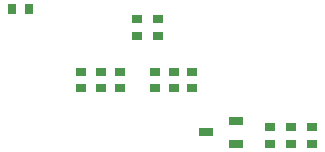
<source format=gbp>
G04 Layer_Color=128*
%FSLAX25Y25*%
%MOIN*%
G70*
G01*
G75*
%ADD16R,0.04921X0.02756*%
%ADD18R,0.03543X0.03150*%
%ADD33R,0.03150X0.03543*%
D16*
X75157Y27240D02*
D03*
X85000Y23500D02*
D03*
Y30980D02*
D03*
D18*
X103500Y29000D02*
D03*
Y23488D02*
D03*
X110500Y29000D02*
D03*
Y23488D02*
D03*
X96500Y29000D02*
D03*
Y23488D02*
D03*
X64500Y47512D02*
D03*
Y42000D02*
D03*
X58000Y47512D02*
D03*
Y42000D02*
D03*
X46500Y47500D02*
D03*
Y41988D02*
D03*
X70500Y47500D02*
D03*
Y41988D02*
D03*
X40000Y42000D02*
D03*
Y47512D02*
D03*
X52000Y65012D02*
D03*
Y59500D02*
D03*
X33500Y47512D02*
D03*
Y42000D02*
D03*
X59000Y59500D02*
D03*
Y65012D02*
D03*
D33*
X16012Y68500D02*
D03*
X10500D02*
D03*
M02*

</source>
